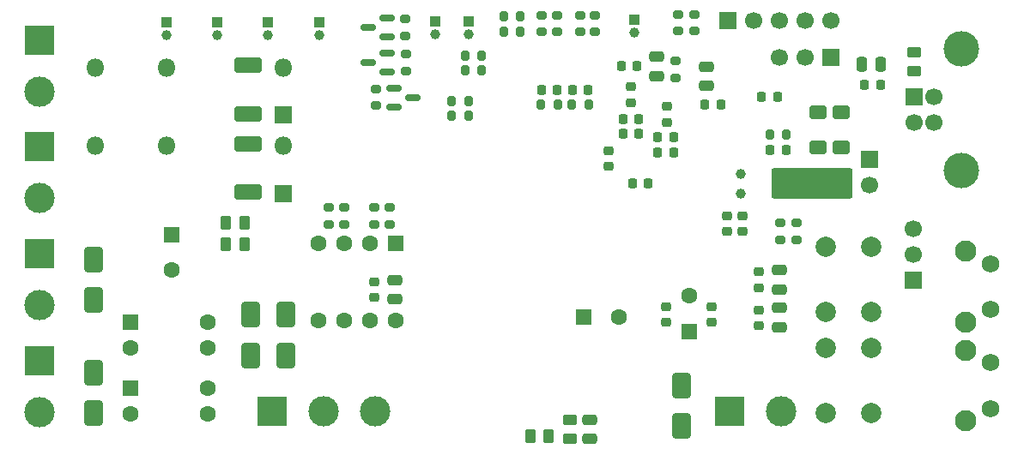
<source format=gbr>
%TF.GenerationSoftware,KiCad,Pcbnew,9.0.4-1.fc42*%
%TF.CreationDate,2025-09-30T21:03:08+03:00*%
%TF.ProjectId,ea01,65613031-2e6b-4696-9361-645f70636258,rev?*%
%TF.SameCoordinates,Original*%
%TF.FileFunction,Soldermask,Bot*%
%TF.FilePolarity,Negative*%
%FSLAX46Y46*%
G04 Gerber Fmt 4.6, Leading zero omitted, Abs format (unit mm)*
G04 Created by KiCad (PCBNEW 9.0.4-1.fc42) date 2025-09-30 21:03:08*
%MOMM*%
%LPD*%
G01*
G04 APERTURE LIST*
G04 Aperture macros list*
%AMRoundRect*
0 Rectangle with rounded corners*
0 $1 Rounding radius*
0 $2 $3 $4 $5 $6 $7 $8 $9 X,Y pos of 4 corners*
0 Add a 4 corners polygon primitive as box body*
4,1,4,$2,$3,$4,$5,$6,$7,$8,$9,$2,$3,0*
0 Add four circle primitives for the rounded corners*
1,1,$1+$1,$2,$3*
1,1,$1+$1,$4,$5*
1,1,$1+$1,$6,$7*
1,1,$1+$1,$8,$9*
0 Add four rect primitives between the rounded corners*
20,1,$1+$1,$2,$3,$4,$5,0*
20,1,$1+$1,$4,$5,$6,$7,0*
20,1,$1+$1,$6,$7,$8,$9,0*
20,1,$1+$1,$8,$9,$2,$3,0*%
G04 Aperture macros list end*
%ADD10RoundRect,0.250000X-0.550000X-0.550000X0.550000X-0.550000X0.550000X0.550000X-0.550000X0.550000X0*%
%ADD11C,1.600000*%
%ADD12RoundRect,0.250000X-0.550000X0.550000X-0.550000X-0.550000X0.550000X-0.550000X0.550000X0.550000X0*%
%ADD13C,2.000000*%
%ADD14R,1.700000X1.700000*%
%ADD15C,1.700000*%
%ADD16R,3.000000X3.000000*%
%ADD17C,3.000000*%
%ADD18R,1.000000X1.000000*%
%ADD19C,1.000000*%
%ADD20O,1.800000X1.800000*%
%ADD21R,1.800000X1.800000*%
%ADD22C,2.100000*%
%ADD23C,1.750000*%
%ADD24RoundRect,0.250000X0.550000X-0.550000X0.550000X0.550000X-0.550000X0.550000X-0.550000X-0.550000X0*%
%ADD25C,3.500000*%
%ADD26RoundRect,0.225000X0.225000X0.250000X-0.225000X0.250000X-0.225000X-0.250000X0.225000X-0.250000X0*%
%ADD27RoundRect,0.200000X0.200000X0.275000X-0.200000X0.275000X-0.200000X-0.275000X0.200000X-0.275000X0*%
%ADD28RoundRect,0.225000X0.250000X-0.225000X0.250000X0.225000X-0.250000X0.225000X-0.250000X-0.225000X0*%
%ADD29RoundRect,0.200000X-0.275000X0.200000X-0.275000X-0.200000X0.275000X-0.200000X0.275000X0.200000X0*%
%ADD30RoundRect,0.250000X0.650000X-1.000000X0.650000X1.000000X-0.650000X1.000000X-0.650000X-1.000000X0*%
%ADD31RoundRect,0.200000X0.275000X-0.200000X0.275000X0.200000X-0.275000X0.200000X-0.275000X-0.200000X0*%
%ADD32RoundRect,0.250000X1.100000X-0.500000X1.100000X0.500000X-1.100000X0.500000X-1.100000X-0.500000X0*%
%ADD33RoundRect,0.250000X0.475000X-0.250000X0.475000X0.250000X-0.475000X0.250000X-0.475000X-0.250000X0*%
%ADD34RoundRect,0.200000X-0.200000X-0.275000X0.200000X-0.275000X0.200000X0.275000X-0.200000X0.275000X0*%
%ADD35RoundRect,0.250000X0.450000X-0.262500X0.450000X0.262500X-0.450000X0.262500X-0.450000X-0.262500X0*%
%ADD36RoundRect,0.250000X0.250000X0.475000X-0.250000X0.475000X-0.250000X-0.475000X0.250000X-0.475000X0*%
%ADD37RoundRect,0.250000X-0.475000X0.250000X-0.475000X-0.250000X0.475000X-0.250000X0.475000X0.250000X0*%
%ADD38RoundRect,0.225000X-0.225000X-0.250000X0.225000X-0.250000X0.225000X0.250000X-0.225000X0.250000X0*%
%ADD39RoundRect,0.250000X0.262500X0.450000X-0.262500X0.450000X-0.262500X-0.450000X0.262500X-0.450000X0*%
%ADD40RoundRect,0.250000X0.600000X-0.400000X0.600000X0.400000X-0.600000X0.400000X-0.600000X-0.400000X0*%
%ADD41RoundRect,0.150000X0.587500X0.150000X-0.587500X0.150000X-0.587500X-0.150000X0.587500X-0.150000X0*%
%ADD42RoundRect,0.225000X-0.250000X0.225000X-0.250000X-0.225000X0.250000X-0.225000X0.250000X0.225000X0*%
%ADD43RoundRect,0.150000X-0.587500X-0.150000X0.587500X-0.150000X0.587500X0.150000X-0.587500X0.150000X0*%
%ADD44RoundRect,0.249999X-3.750001X1.250001X-3.750001X-1.250001X3.750001X-1.250001X3.750001X1.250001X0*%
%ADD45RoundRect,0.250000X-0.262500X-0.450000X0.262500X-0.450000X0.262500X0.450000X-0.262500X0.450000X0*%
%ADD46RoundRect,0.250000X-0.450000X0.262500X-0.450000X-0.262500X0.450000X-0.262500X0.450000X0.262500X0*%
G04 APERTURE END LIST*
D10*
%TO.C,U13*%
X78695000Y-80975000D03*
D11*
X78695000Y-83515000D03*
X86315000Y-83515000D03*
X86315000Y-80975000D03*
%TD*%
D12*
%TO.C,C62*%
X82750000Y-72347349D03*
D11*
X82750000Y-75847349D03*
%TD*%
D13*
%TO.C,SW3*%
X151750000Y-73500000D03*
X151750000Y-80000000D03*
X147250000Y-73500000D03*
X147250000Y-80000000D03*
%TD*%
D14*
%TO.C,J7*%
X155850000Y-76850000D03*
D15*
X155850000Y-74310000D03*
X155850000Y-71770000D03*
%TD*%
D16*
%TO.C,J4*%
X69700000Y-74250000D03*
D17*
X69700000Y-79330000D03*
%TD*%
D14*
%TO.C,J8*%
X147740000Y-54810000D03*
D15*
X145200000Y-54810000D03*
X142660000Y-54810000D03*
%TD*%
D14*
%TO.C,BT1*%
X151600000Y-64900000D03*
D15*
X151600000Y-67440000D03*
%TD*%
D16*
%TO.C,J5*%
X69700000Y-84760000D03*
D17*
X69700000Y-89840000D03*
%TD*%
D18*
%TO.C,J16*%
X97250000Y-51365000D03*
D19*
X97250000Y-52635000D03*
%TD*%
D20*
%TO.C,K1*%
X82200000Y-55800000D03*
X75200000Y-55800000D03*
D21*
X93700000Y-60500000D03*
D20*
X93700000Y-55800000D03*
%TD*%
D18*
%TO.C,J15*%
X87250000Y-51365000D03*
D19*
X87250000Y-52635000D03*
%TD*%
D22*
%TO.C,SW2*%
X161047500Y-83750000D03*
X161047500Y-90760000D03*
D23*
X163537500Y-85000000D03*
X163537500Y-89500000D03*
%TD*%
D16*
%TO.C,J1*%
X137750000Y-89800000D03*
D17*
X142830000Y-89800000D03*
%TD*%
D16*
%TO.C,J6*%
X92670000Y-89750000D03*
D17*
X97750000Y-89750000D03*
X102830000Y-89750000D03*
%TD*%
D18*
%TO.C,J14*%
X82250000Y-51365000D03*
D19*
X82250000Y-52635000D03*
%TD*%
D18*
%TO.C,J19*%
X128400000Y-51065000D03*
D19*
X128400000Y-52335000D03*
%TD*%
D20*
%TO.C,K2*%
X82200000Y-63582500D03*
X75200000Y-63582500D03*
D21*
X93700000Y-68282500D03*
D20*
X93700000Y-63582500D03*
%TD*%
D10*
%TO.C,U14*%
X78695000Y-87475000D03*
D11*
X78695000Y-90015000D03*
X86315000Y-90015000D03*
X86315000Y-87475000D03*
%TD*%
D18*
%TO.C,J17*%
X92250000Y-51365000D03*
D19*
X92250000Y-52635000D03*
%TD*%
D24*
%TO.C,C2*%
X133750000Y-81902651D03*
D11*
X133750000Y-78402651D03*
%TD*%
D13*
%TO.C,SW4*%
X151750000Y-83500000D03*
X151750000Y-90000000D03*
X147250000Y-83500000D03*
X147250000Y-90000000D03*
%TD*%
D10*
%TO.C,C9*%
X123347349Y-80500000D03*
D11*
X126847349Y-80500000D03*
%TD*%
D14*
%TO.C,J3*%
X137580000Y-51200000D03*
D15*
X140120000Y-51200000D03*
X142660000Y-51200000D03*
X145200000Y-51200000D03*
X147740000Y-51200000D03*
%TD*%
D14*
%TO.C,J2*%
X155922500Y-58750000D03*
D15*
X155922500Y-61250000D03*
X157922500Y-61250000D03*
X157922500Y-58750000D03*
D25*
X160632500Y-53980000D03*
X160632500Y-66020000D03*
%TD*%
D18*
%TO.C,J13*%
X112000000Y-51230000D03*
D19*
X112000000Y-52500000D03*
%TD*%
D12*
%TO.C,U12*%
X104810000Y-73195000D03*
D11*
X102270000Y-73195000D03*
X99730000Y-73195000D03*
X97190000Y-73195000D03*
X97190000Y-80815000D03*
X99730000Y-80815000D03*
X102270000Y-80815000D03*
X104810000Y-80815000D03*
%TD*%
D18*
%TO.C,J18*%
X108750000Y-51230000D03*
D19*
X108750000Y-52500000D03*
%TD*%
D22*
%TO.C,SW1*%
X161010000Y-74000000D03*
X161010000Y-81010000D03*
D23*
X163500000Y-75250000D03*
X163500000Y-79750000D03*
%TD*%
D16*
%TO.C,J11*%
X69700000Y-63670000D03*
D17*
X69700000Y-68750000D03*
%TD*%
D16*
%TO.C,J10*%
X69700000Y-53170000D03*
D17*
X69700000Y-58250000D03*
%TD*%
D26*
%TO.C,C25*%
X128625000Y-55700000D03*
X127075000Y-55700000D03*
%TD*%
D27*
%TO.C,R57*%
X143360000Y-62450000D03*
X141710000Y-62450000D03*
%TD*%
D28*
%TO.C,C58*%
X102750000Y-78525000D03*
X102750000Y-76975000D03*
%TD*%
D29*
%TO.C,R65*%
X99750000Y-69675000D03*
X99750000Y-71325000D03*
%TD*%
D30*
%TO.C,D15*%
X75000000Y-90000000D03*
X75000000Y-86000000D03*
%TD*%
D26*
%TO.C,C36*%
X152625000Y-57500000D03*
X151075000Y-57500000D03*
%TD*%
D28*
%TO.C,C53*%
X137500000Y-72025000D03*
X137500000Y-70475000D03*
%TD*%
D31*
%TO.C,R59*%
X132450000Y-56825000D03*
X132450000Y-55175000D03*
%TD*%
%TO.C,R66*%
X102750000Y-71325000D03*
X102750000Y-69675000D03*
%TD*%
D32*
%TO.C,D21*%
X90250000Y-68150000D03*
X90250000Y-63350000D03*
%TD*%
D27*
%TO.C,R26*%
X112010000Y-59150000D03*
X110360000Y-59150000D03*
%TD*%
D33*
%TO.C,C59*%
X104750000Y-78700000D03*
X104750000Y-76800000D03*
%TD*%
D29*
%TO.C,R30*%
X105812500Y-54525000D03*
X105812500Y-56175000D03*
%TD*%
D28*
%TO.C,C30*%
X125850000Y-65575000D03*
X125850000Y-64025000D03*
%TD*%
D26*
%TO.C,C26*%
X132225000Y-64230000D03*
X130675000Y-64230000D03*
%TD*%
D34*
%TO.C,R55*%
X119170000Y-59500000D03*
X120820000Y-59500000D03*
%TD*%
D26*
%TO.C,C52*%
X120770000Y-58000000D03*
X119220000Y-58000000D03*
%TD*%
D31*
%TO.C,R84*%
X123000000Y-52325000D03*
X123000000Y-50675000D03*
%TD*%
D35*
%TO.C,FB3*%
X156000000Y-56162500D03*
X156000000Y-54337500D03*
%TD*%
D26*
%TO.C,C34*%
X128775000Y-60900000D03*
X127225000Y-60900000D03*
%TD*%
D27*
%TO.C,R15*%
X117125000Y-52250000D03*
X115475000Y-52250000D03*
%TD*%
D28*
%TO.C,C29*%
X131600000Y-61225000D03*
X131600000Y-59675000D03*
%TD*%
D36*
%TO.C,C35*%
X152700000Y-55500000D03*
X150800000Y-55500000D03*
%TD*%
D31*
%TO.C,R68*%
X104250000Y-71325000D03*
X104250000Y-69675000D03*
%TD*%
D30*
%TO.C,D19*%
X94000000Y-84250000D03*
X94000000Y-80250000D03*
%TD*%
D37*
%TO.C,C11*%
X124000000Y-90637500D03*
X124000000Y-92537500D03*
%TD*%
D28*
%TO.C,C4*%
X131500000Y-81025000D03*
X131500000Y-79475000D03*
%TD*%
D38*
%TO.C,C63*%
X135325000Y-59500000D03*
X136875000Y-59500000D03*
%TD*%
%TO.C,C28*%
X130685000Y-62740000D03*
X132235000Y-62740000D03*
%TD*%
D26*
%TO.C,C32*%
X128775000Y-62400000D03*
X127225000Y-62400000D03*
%TD*%
D28*
%TO.C,C54*%
X139000000Y-72025000D03*
X139000000Y-70475000D03*
%TD*%
D39*
%TO.C,FB6*%
X89912500Y-73250000D03*
X88087500Y-73250000D03*
%TD*%
D40*
%TO.C,D17*%
X148750000Y-63750000D03*
X148750000Y-60250000D03*
%TD*%
D29*
%TO.C,R81*%
X134250000Y-50575000D03*
X134250000Y-52225000D03*
%TD*%
D41*
%TO.C,Q5*%
X104000000Y-54400000D03*
X104000000Y-56300000D03*
X102125000Y-55350000D03*
%TD*%
D32*
%TO.C,D20*%
X90250000Y-60400000D03*
X90250000Y-55600000D03*
%TD*%
D34*
%TO.C,R45*%
X122215000Y-59490000D03*
X123865000Y-59490000D03*
%TD*%
D42*
%TO.C,C23*%
X140650000Y-76025000D03*
X140650000Y-77575000D03*
%TD*%
D27*
%TO.C,R29*%
X112010000Y-60620000D03*
X110360000Y-60620000D03*
%TD*%
D31*
%TO.C,R82*%
X132700000Y-52225000D03*
X132700000Y-50575000D03*
%TD*%
D29*
%TO.C,R83*%
X124500000Y-50675000D03*
X124500000Y-52325000D03*
%TD*%
%TO.C,R36*%
X105750000Y-51025000D03*
X105750000Y-52675000D03*
%TD*%
D27*
%TO.C,R14*%
X117125000Y-50750000D03*
X115475000Y-50750000D03*
%TD*%
D37*
%TO.C,C18*%
X142650000Y-75850000D03*
X142650000Y-77750000D03*
%TD*%
D43*
%TO.C,Q3*%
X104674001Y-59741071D03*
X104674001Y-57841071D03*
X106549001Y-58791071D03*
%TD*%
D26*
%TO.C,C44*%
X123805000Y-58020000D03*
X122255000Y-58020000D03*
%TD*%
D31*
%TO.C,R8*%
X119250000Y-52300000D03*
X119250000Y-50650000D03*
%TD*%
D37*
%TO.C,C27*%
X135450000Y-55750000D03*
X135450000Y-57650000D03*
%TD*%
D30*
%TO.C,D14*%
X75000000Y-78800000D03*
X75000000Y-74800000D03*
%TD*%
D28*
%TO.C,C22*%
X140650000Y-81325000D03*
X140650000Y-79775000D03*
%TD*%
D30*
%TO.C,D6*%
X133000000Y-91250000D03*
X133000000Y-87250000D03*
%TD*%
D31*
%TO.C,R38*%
X142760000Y-72845000D03*
X142760000Y-71195000D03*
%TD*%
D19*
%TO.C,Y3*%
X138900000Y-66350000D03*
X138900000Y-68250000D03*
D44*
X145900000Y-67300000D03*
%TD*%
D45*
%TO.C,R5*%
X118087500Y-92250000D03*
X119912500Y-92250000D03*
%TD*%
D38*
%TO.C,C57*%
X141760000Y-63950000D03*
X143310000Y-63950000D03*
%TD*%
D39*
%TO.C,FB5*%
X89912500Y-71200000D03*
X88087500Y-71200000D03*
%TD*%
D29*
%TO.C,R7*%
X120750000Y-50650000D03*
X120750000Y-52300000D03*
%TD*%
D31*
%TO.C,R67*%
X98200000Y-71325000D03*
X98200000Y-69675000D03*
%TD*%
D27*
%TO.C,R32*%
X113305000Y-56090000D03*
X111655000Y-56090000D03*
%TD*%
D41*
%TO.C,Q7*%
X104000000Y-50900000D03*
X104000000Y-52800000D03*
X102125000Y-51850000D03*
%TD*%
D27*
%TO.C,R35*%
X113305000Y-54620000D03*
X111655000Y-54620000D03*
%TD*%
D33*
%TO.C,C10*%
X130550000Y-56650000D03*
X130550000Y-54750000D03*
%TD*%
%TO.C,C21*%
X142650000Y-81475000D03*
X142650000Y-79575000D03*
%TD*%
D31*
%TO.C,R39*%
X144330000Y-72855000D03*
X144330000Y-71205000D03*
%TD*%
D30*
%TO.C,D18*%
X90500000Y-84250000D03*
X90500000Y-80250000D03*
%TD*%
D46*
%TO.C,R6*%
X122000000Y-90675000D03*
X122000000Y-92500000D03*
%TD*%
D28*
%TO.C,C5*%
X136000000Y-81025000D03*
X136000000Y-79475000D03*
%TD*%
D38*
%TO.C,C31*%
X128195000Y-67300000D03*
X129745000Y-67300000D03*
%TD*%
%TO.C,C14*%
X140925000Y-58750000D03*
X142475000Y-58750000D03*
%TD*%
D31*
%TO.C,R24*%
X102875000Y-59600000D03*
X102875000Y-57950000D03*
%TD*%
D42*
%TO.C,C33*%
X128000000Y-57725000D03*
X128000000Y-59275000D03*
%TD*%
D40*
%TO.C,D16*%
X146500000Y-63750000D03*
X146500000Y-60250000D03*
%TD*%
M02*

</source>
